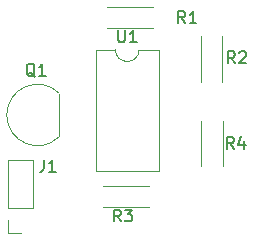
<source format=gbr>
%TF.GenerationSoftware,KiCad,Pcbnew,(7.0.0)*%
%TF.CreationDate,2023-11-14T13:44:42+01:00*%
%TF.ProjectId,LDR,4c44522e-6b69-4636-9164-5f7063625858,rev?*%
%TF.SameCoordinates,Original*%
%TF.FileFunction,Legend,Top*%
%TF.FilePolarity,Positive*%
%FSLAX46Y46*%
G04 Gerber Fmt 4.6, Leading zero omitted, Abs format (unit mm)*
G04 Created by KiCad (PCBNEW (7.0.0)) date 2023-11-14 13:44:42*
%MOMM*%
%LPD*%
G01*
G04 APERTURE LIST*
%ADD10C,0.150000*%
%ADD11C,0.120000*%
G04 APERTURE END LIST*
D10*
%TO.C,R1*%
X216723333Y-54067380D02*
X216390000Y-53591190D01*
X216151905Y-54067380D02*
X216151905Y-53067380D01*
X216151905Y-53067380D02*
X216532857Y-53067380D01*
X216532857Y-53067380D02*
X216628095Y-53115000D01*
X216628095Y-53115000D02*
X216675714Y-53162619D01*
X216675714Y-53162619D02*
X216723333Y-53257857D01*
X216723333Y-53257857D02*
X216723333Y-53400714D01*
X216723333Y-53400714D02*
X216675714Y-53495952D01*
X216675714Y-53495952D02*
X216628095Y-53543571D01*
X216628095Y-53543571D02*
X216532857Y-53591190D01*
X216532857Y-53591190D02*
X216151905Y-53591190D01*
X217675714Y-54067380D02*
X217104286Y-54067380D01*
X217390000Y-54067380D02*
X217390000Y-53067380D01*
X217390000Y-53067380D02*
X217294762Y-53210238D01*
X217294762Y-53210238D02*
X217199524Y-53305476D01*
X217199524Y-53305476D02*
X217104286Y-53353095D01*
%TO.C,R2*%
X220933333Y-57467380D02*
X220600000Y-56991190D01*
X220361905Y-57467380D02*
X220361905Y-56467380D01*
X220361905Y-56467380D02*
X220742857Y-56467380D01*
X220742857Y-56467380D02*
X220838095Y-56515000D01*
X220838095Y-56515000D02*
X220885714Y-56562619D01*
X220885714Y-56562619D02*
X220933333Y-56657857D01*
X220933333Y-56657857D02*
X220933333Y-56800714D01*
X220933333Y-56800714D02*
X220885714Y-56895952D01*
X220885714Y-56895952D02*
X220838095Y-56943571D01*
X220838095Y-56943571D02*
X220742857Y-56991190D01*
X220742857Y-56991190D02*
X220361905Y-56991190D01*
X221314286Y-56562619D02*
X221361905Y-56515000D01*
X221361905Y-56515000D02*
X221457143Y-56467380D01*
X221457143Y-56467380D02*
X221695238Y-56467380D01*
X221695238Y-56467380D02*
X221790476Y-56515000D01*
X221790476Y-56515000D02*
X221838095Y-56562619D01*
X221838095Y-56562619D02*
X221885714Y-56657857D01*
X221885714Y-56657857D02*
X221885714Y-56753095D01*
X221885714Y-56753095D02*
X221838095Y-56895952D01*
X221838095Y-56895952D02*
X221266667Y-57467380D01*
X221266667Y-57467380D02*
X221885714Y-57467380D01*
%TO.C,R3*%
X211283333Y-70867380D02*
X210950000Y-70391190D01*
X210711905Y-70867380D02*
X210711905Y-69867380D01*
X210711905Y-69867380D02*
X211092857Y-69867380D01*
X211092857Y-69867380D02*
X211188095Y-69915000D01*
X211188095Y-69915000D02*
X211235714Y-69962619D01*
X211235714Y-69962619D02*
X211283333Y-70057857D01*
X211283333Y-70057857D02*
X211283333Y-70200714D01*
X211283333Y-70200714D02*
X211235714Y-70295952D01*
X211235714Y-70295952D02*
X211188095Y-70343571D01*
X211188095Y-70343571D02*
X211092857Y-70391190D01*
X211092857Y-70391190D02*
X210711905Y-70391190D01*
X211616667Y-69867380D02*
X212235714Y-69867380D01*
X212235714Y-69867380D02*
X211902381Y-70248333D01*
X211902381Y-70248333D02*
X212045238Y-70248333D01*
X212045238Y-70248333D02*
X212140476Y-70295952D01*
X212140476Y-70295952D02*
X212188095Y-70343571D01*
X212188095Y-70343571D02*
X212235714Y-70438809D01*
X212235714Y-70438809D02*
X212235714Y-70676904D01*
X212235714Y-70676904D02*
X212188095Y-70772142D01*
X212188095Y-70772142D02*
X212140476Y-70819761D01*
X212140476Y-70819761D02*
X212045238Y-70867380D01*
X212045238Y-70867380D02*
X211759524Y-70867380D01*
X211759524Y-70867380D02*
X211664286Y-70819761D01*
X211664286Y-70819761D02*
X211616667Y-70772142D01*
%TO.C,R4*%
X220833333Y-64717380D02*
X220500000Y-64241190D01*
X220261905Y-64717380D02*
X220261905Y-63717380D01*
X220261905Y-63717380D02*
X220642857Y-63717380D01*
X220642857Y-63717380D02*
X220738095Y-63765000D01*
X220738095Y-63765000D02*
X220785714Y-63812619D01*
X220785714Y-63812619D02*
X220833333Y-63907857D01*
X220833333Y-63907857D02*
X220833333Y-64050714D01*
X220833333Y-64050714D02*
X220785714Y-64145952D01*
X220785714Y-64145952D02*
X220738095Y-64193571D01*
X220738095Y-64193571D02*
X220642857Y-64241190D01*
X220642857Y-64241190D02*
X220261905Y-64241190D01*
X221690476Y-64050714D02*
X221690476Y-64717380D01*
X221452381Y-63669761D02*
X221214286Y-64384047D01*
X221214286Y-64384047D02*
X221833333Y-64384047D01*
%TO.C,Q1*%
X204004761Y-58612619D02*
X203909523Y-58565000D01*
X203909523Y-58565000D02*
X203814285Y-58469761D01*
X203814285Y-58469761D02*
X203671428Y-58326904D01*
X203671428Y-58326904D02*
X203576190Y-58279285D01*
X203576190Y-58279285D02*
X203480952Y-58279285D01*
X203528571Y-58517380D02*
X203433333Y-58469761D01*
X203433333Y-58469761D02*
X203338095Y-58374523D01*
X203338095Y-58374523D02*
X203290476Y-58184047D01*
X203290476Y-58184047D02*
X203290476Y-57850714D01*
X203290476Y-57850714D02*
X203338095Y-57660238D01*
X203338095Y-57660238D02*
X203433333Y-57565000D01*
X203433333Y-57565000D02*
X203528571Y-57517380D01*
X203528571Y-57517380D02*
X203719047Y-57517380D01*
X203719047Y-57517380D02*
X203814285Y-57565000D01*
X203814285Y-57565000D02*
X203909523Y-57660238D01*
X203909523Y-57660238D02*
X203957142Y-57850714D01*
X203957142Y-57850714D02*
X203957142Y-58184047D01*
X203957142Y-58184047D02*
X203909523Y-58374523D01*
X203909523Y-58374523D02*
X203814285Y-58469761D01*
X203814285Y-58469761D02*
X203719047Y-58517380D01*
X203719047Y-58517380D02*
X203528571Y-58517380D01*
X204909523Y-58517380D02*
X204338095Y-58517380D01*
X204623809Y-58517380D02*
X204623809Y-57517380D01*
X204623809Y-57517380D02*
X204528571Y-57660238D01*
X204528571Y-57660238D02*
X204433333Y-57755476D01*
X204433333Y-57755476D02*
X204338095Y-57803095D01*
%TO.C,U1*%
X211048095Y-54687380D02*
X211048095Y-55496904D01*
X211048095Y-55496904D02*
X211095714Y-55592142D01*
X211095714Y-55592142D02*
X211143333Y-55639761D01*
X211143333Y-55639761D02*
X211238571Y-55687380D01*
X211238571Y-55687380D02*
X211429047Y-55687380D01*
X211429047Y-55687380D02*
X211524285Y-55639761D01*
X211524285Y-55639761D02*
X211571904Y-55592142D01*
X211571904Y-55592142D02*
X211619523Y-55496904D01*
X211619523Y-55496904D02*
X211619523Y-54687380D01*
X212619523Y-55687380D02*
X212048095Y-55687380D01*
X212333809Y-55687380D02*
X212333809Y-54687380D01*
X212333809Y-54687380D02*
X212238571Y-54830238D01*
X212238571Y-54830238D02*
X212143333Y-54925476D01*
X212143333Y-54925476D02*
X212048095Y-54973095D01*
%TO.C,J1*%
X204766666Y-65667380D02*
X204766666Y-66381666D01*
X204766666Y-66381666D02*
X204719047Y-66524523D01*
X204719047Y-66524523D02*
X204623809Y-66619761D01*
X204623809Y-66619761D02*
X204480952Y-66667380D01*
X204480952Y-66667380D02*
X204385714Y-66667380D01*
X205766666Y-66667380D02*
X205195238Y-66667380D01*
X205480952Y-66667380D02*
X205480952Y-65667380D01*
X205480952Y-65667380D02*
X205385714Y-65810238D01*
X205385714Y-65810238D02*
X205290476Y-65905476D01*
X205290476Y-65905476D02*
X205195238Y-65953095D01*
D11*
%TO.C,R1*%
X210130000Y-52680000D02*
X213970000Y-52680000D01*
X210130000Y-54520000D02*
X213970000Y-54520000D01*
%TO.C,R2*%
X218030000Y-59020000D02*
X218030000Y-55180000D01*
X219870000Y-59020000D02*
X219870000Y-55180000D01*
%TO.C,R3*%
X213620000Y-69670000D02*
X209780000Y-69670000D01*
X213620000Y-67830000D02*
X209780000Y-67830000D01*
%TO.C,R4*%
X219920000Y-62330000D02*
X219920000Y-66170000D01*
X218080000Y-62330000D02*
X218080000Y-66170000D01*
%TO.C,Q1*%
X206060000Y-63650000D02*
X206060000Y-60050000D01*
X201610000Y-61850000D02*
G75*
G03*
X206048478Y-63688478I2600000J0D01*
G01*
X206048478Y-60011522D02*
G75*
G03*
X201610000Y-61850000I-1838478J-1838478D01*
G01*
%TO.C,U1*%
X209160000Y-56320000D02*
X209160000Y-66600000D01*
X209160000Y-66600000D02*
X214460000Y-66600000D01*
X210810000Y-56320000D02*
X209160000Y-56320000D01*
X214460000Y-56320000D02*
X212810000Y-56320000D01*
X214460000Y-66600000D02*
X214460000Y-56320000D01*
X210810000Y-56320000D02*
G75*
G03*
X212810000Y-56320000I1000000J0D01*
G01*
%TO.C,J1*%
X203860000Y-69750000D02*
X203860000Y-65690000D01*
X203860000Y-69750000D02*
X201740000Y-69750000D01*
X203860000Y-65690000D02*
X201740000Y-65690000D01*
X202800000Y-71810000D02*
X201740000Y-71810000D01*
X201740000Y-71810000D02*
X201740000Y-70750000D01*
X201740000Y-69750000D02*
X201740000Y-65690000D01*
%TD*%
M02*

</source>
